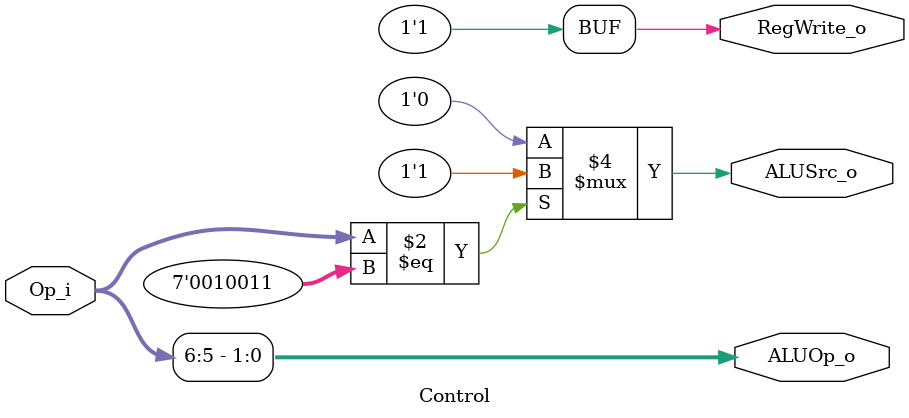
<source format=v>
module Control(Op_i, ALUOp_o, ALUSrc_o, RegWrite_o);
input [6:0] Op_i;
output [1:0] ALUOp_o;
output ALUSrc_o;
output RegWrite_o;
wire [6:0] Op_i;
wire [1:0] ALUOp_o;
reg ALUSrc_o;
wire RegWrite_o;
always@ (Op_i) begin

if (Op_i == 7'b0010011)
	ALUSrc_o = 1;	
else
	ALUSrc_o = 0;
end

assign RegWrite_o = 1;
assign ALUOp_o[1:0] = Op_i[6:5];

endmodule

</source>
